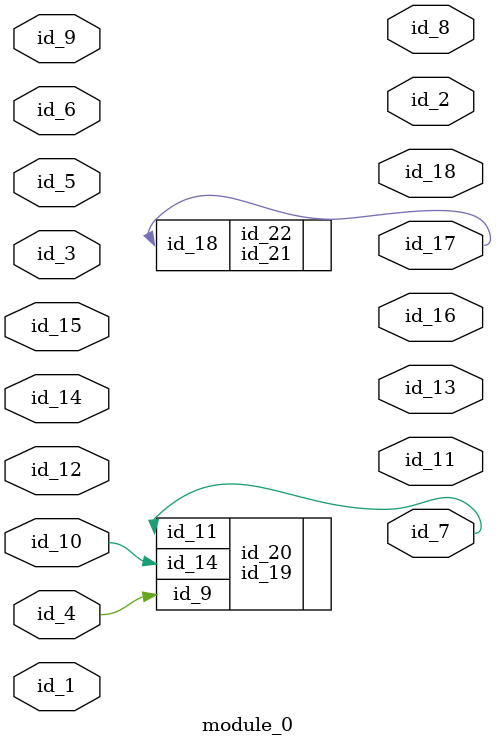
<source format=v>
module module_0 (
    id_1,
    id_2,
    id_3,
    id_4,
    id_5,
    id_6,
    id_7,
    id_8,
    id_9,
    id_10,
    id_11,
    id_12,
    id_13,
    id_14,
    id_15,
    id_16,
    id_17,
    id_18
);
  output id_18;
  output id_17;
  output id_16;
  input id_15;
  input id_14;
  output id_13;
  input id_12;
  output id_11;
  input id_10;
  input id_9;
  output id_8;
  output id_7;
  input id_6;
  input id_5;
  input id_4;
  input id_3;
  output id_2;
  input id_1;
  id_19 id_20 (
      .id_14(id_10),
      .id_9 (id_4),
      .id_11(id_7)
  );
  id_21 id_22 (
      .id_18(id_10),
      .id_18(id_17)
  );
endmodule

</source>
